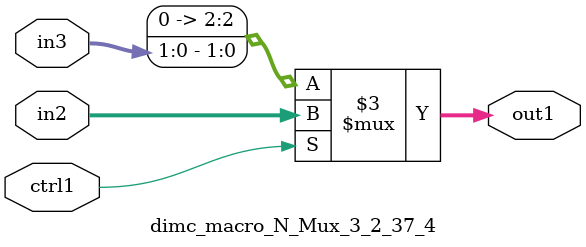
<source format=v>

`timescale 1ps / 1ps


module dimc_macro_N_Mux_3_2_37_4( in3, in2, ctrl1, out1 );

    input [1:0] in3;
    input [2:0] in2;
    input ctrl1;
    output [2:0] out1;
    reg [2:0] out1;

    
    // rtl_process:dimc_macro_N_Mux_3_2_37_4/dimc_macro_N_Mux_3_2_37_4_thread_1
    always @*
      begin : dimc_macro_N_Mux_3_2_37_4_thread_1
        case (ctrl1) 
          1'b1: 
            begin
              out1 = in2;
            end
          default: 
            begin
              out1 = {1'b0, in3};
            end
        endcase
      end

endmodule





</source>
